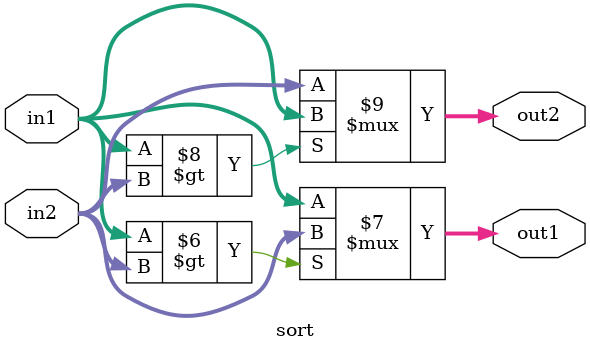
<source format=v>
module qsort 
#(  parameter pADDR_WIDTH = 12,
    parameter pDATA_WIDTH = 32
)
(

    //write ap_start
    output  wire                     awready, // coefficients address ready to accept from tb
    output  wire                      wready,  // coefficients ready to accept from tb
    input   wire                     awvalid, // coefficients address valid
    input   wire [(pADDR_WIDTH-1):0] awaddr,  // coefficients address
    input   wire                     wvalid, // coefficients valid
    input   wire [(pDATA_WIDTH-1):0] wdata,  //coefficients comes from here

    //check ap_done/ap_idle
    output  reg                     arready, // data address ready to accept from tb
    input   wire                     rready, // tb is ready to accept data
    input   wire                     arvalid, // read address from tb is valid
    input   wire [(pADDR_WIDTH-1):0] araddr, // read address from tb
    output  reg                      rvalid, // data to tb valid
    output  reg  [(pDATA_WIDTH-1):0] rdata,  // data to tb

    input   wire                     ss_tvalid, //data stream in valid
    input   wire [(pDATA_WIDTH-1):0] ss_tdata, //data stream in
    input   wire                     ss_tlast, //data stream in last
    output                        ss_tready, //ready to accept data stream in

    input   wire                     sm_tready, //tb ready to accept data stream out
    output  reg                      sm_tvalid, //data stream out valid
    output  reg  [(pDATA_WIDTH-1):0] sm_tdata, //data stream out
    output  reg                      sm_tlast, //data stream out last


    input   wire                     axis_clk,
    input   wire                     axis_rst_n
);

// regs and wires declaration
reg ap_done_w, ap_done_r;
reg ap_idle_w, ap_idle_r;
reg ap_start_w, ap_start_r;
reg [31:0] data_w [0:9], data_r[0:9];
reg [31:0] sort1_in1, sort1_in2 ,sort2_in1, sort2_in2 ,sort3_in1, sort3_in2 ,sort4_in1, sort4_in2;
wire [31:0] sort1_out1, sort1_out2, sort2_out1, sort2_out2 ,sort3_out1, sort3_out2 , sort4_out1, sort4_out2;    
reg [3:0] sort_state_w, sort_state_r;
reg [5:0] stream_cnt_w, stream_cnt_r;
reg [3:0] state_w, state_r;

wire [pDATA_WIDTH-1:0] ap_data;

integer i, j, k;
// assignments
assign ap_data = {29'b0 ,ap_idle_r, ap_done_r, ap_start_r};
assign ss_tready = 1;
assign awready = 1;
assign wready = 1;

// states
localparam S_IDLE = 0;
localparam S_LOAD = 1;
localparam S_SORT = 2;
localparam S_DONE = 3;


sort sort1(
    .in1(sort1_in1),
    .in2(sort1_in2),
    .out1(sort1_out1),
    .out2(sort1_out2));
	
sort sort2(
    .in1(sort2_in1),	
    .in2(sort2_in2),
    .out1(sort2_out1),
    .out2(sort2_out2));
	
sort sort3(
    .in1(sort3_in1),
    .in2(sort3_in2),
    .out1(sort3_out1),
    .out2(sort3_out2));
	
sort sort4(
    .in1(sort4_in1),
    .in2(sort4_in2),
    .out1(sort4_out1),
    .out2(sort4_out2));

// combinational logic

// state machine
always @(*) begin
    state_w = state_r;

    case (state_r)
        S_IDLE: begin
            if (ap_start_r) begin
                state_w = S_LOAD;
            end
        end
        S_LOAD: begin
            if (stream_cnt_r == 10)begin
                state_w = S_SORT;
            end
        end
        S_SORT: begin
            if (sort_state_r == 7) begin
                state_w = S_DONE;
            end
        end
        S_DONE: begin

        end
    endcase
end

//
always @(*) begin
    ap_idle_w = ap_idle_r;
    ap_done_w = ap_done_r;
    case (state_r)
        S_IDLE: begin
            if (ap_start_r) begin
                ap_idle_w = 0;
            end
        end
        S_SORT: begin
            if (sort_state_r == 7) begin
                ap_done_w = 1;
                ap_idle_w = 1;
            end
        end
        S_DONE: begin
        end
    endcase
end


// control signal in
always @(*) begin
    ap_start_w = ap_start_r;
    if (wvalid)begin
        ap_start_w = wdata[0];
    end
end

// control signal out
always @(*) begin
    rvalid = 1;
    arready = 1;
    rdata = ap_data;
end

// data stream in and out, sorting network
always @(*) begin
    stream_cnt_w = stream_cnt_r;
    sort_state_w = sort_state_r;
    sm_tvalid = 0;
    sm_tdata = data_r[0];
    for (i=0; i<10; i=i+1) begin
        data_w[i] = data_r[i];
    end

    if (ss_tvalid && stream_cnt_r < 11) begin
        stream_cnt_w = stream_cnt_r + 1;
        for (i=0; i<10; i=i+1) begin
            data_w[i] = data_r[i+1];
        end
        data_w[9] = ss_tdata;
    end

    if (state_r == S_DONE)begin
        sm_tvalid = 1;
        if (sm_tready) begin
            for (i=0; i<10; i=i+1) begin
                data_w[i] = data_r[i+1];
            end
        end
    end

    if (state_r == S_SORT) begin 
        sort_state_w = sort_state_r + 1;
        case (sort_state_r)
            0: begin
                //[(0,5),(1,6),(3,8),(4,9)]
                sort1_in1 = data_r[0];
                sort1_in2 = data_r[5];
                data_w[0] = sort1_out1;
                data_w[5] = sort1_out2;

                sort2_in1 = data_r[1];
                sort2_in2 = data_r[6];
                data_w[1] = sort2_out1;
                data_w[6] = sort2_out2;

                sort3_in1 = data_r[3];
                sort3_in2 = data_r[8];
                data_w[3] = sort3_out1;
                data_w[8] = sort3_out2;

                sort4_in1 = data_r[4];
                sort4_in2 = data_r[9];
                data_w[4] = sort4_out1;
                data_w[9] = sort4_out2;
            end
            1:begin
                //[(2,7),(0,3),(5,8),(6,9)]
                sort1_in1 = data_r[2];
                sort1_in2 = data_r[7];
                data_w[2] = sort1_out1;
                data_w[7] = sort1_out2;

                sort2_in1 = data_r[0];
                sort2_in2 = data_r[3];
                data_w[0] = sort2_out1;
                data_w[3] = sort2_out2;

                sort3_in1 = data_r[5];
                sort3_in2 = data_r[8];
                data_w[5] = sort3_out1;
                data_w[8] = sort3_out2;

                sort4_in1 = data_r[6];
                sort4_in2 = data_r[9];
                data_w[6] = sort4_out1;
                data_w[9] = sort4_out2;

            end 
            2:begin
                //[(1,4),(0,2),(3,6),(7,9)]
                sort1_in1 = data_r[1];
                sort1_in2 = data_r[4];
                data_w[1] = sort1_out1;
                data_w[4] = sort1_out2;

                sort2_in1 = data_r[0];
                sort2_in2 = data_r[2];
                data_w[0] = sort2_out1;
                data_w[2] = sort2_out2;

                sort3_in1 = data_r[3];
                sort3_in2 = data_r[6];
                data_w[3] = sort3_out1;
                data_w[6] = sort3_out2;

                sort4_in1 = data_r[7];
                sort4_in2 = data_r[9];
                data_w[7] = sort4_out1;
                data_w[9] = sort4_out2;

            end
            3:begin
                //[(0,1),(2,4),(5,7),(8,9)]
                sort1_in1 = data_r[0];
                sort1_in2 = data_r[1];
                data_w[0] = sort1_out1;
                data_w[1] = sort1_out2;

                sort2_in1 = data_r[2];
                sort2_in2 = data_r[4];
                data_w[2] = sort2_out1;
                data_w[4] = sort2_out2;

                sort3_in1 = data_r[5];
                sort3_in2 = data_r[7];
                data_w[5] = sort3_out1;
                data_w[7] = sort3_out2;

                sort4_in1 = data_r[8];
                sort4_in2 = data_r[9];
                data_w[8] = sort4_out1;
                data_w[9] = sort4_out2;

            end
            4:begin
                //[(1,2),(3,5),(4,6),(7,8)]
                sort1_in1 = data_r[1];
                sort1_in2 = data_r[2];
                data_w[1] = sort1_out1;
                data_w[2] = sort1_out2;

                sort2_in1 = data_r[3];
                sort2_in2 = data_r[5];
                data_w[3] = sort2_out1;
                data_w[5] = sort2_out2;

                sort3_in1 = data_r[4];
                sort3_in2 = data_r[6];
                data_w[4] = sort3_out1;
                data_w[6] = sort3_out2;

                sort4_in1 = data_r[7];
                sort4_in2 = data_r[8];
                data_w[7] = sort4_out1;
                data_w[8] = sort4_out2;
            end
            5:begin
                //[(1,3),(4,7),(2,5),(6,8)]
                sort1_in1 = data_r[1];
                sort1_in2 = data_r[3];
                data_w[1] = sort1_out1;
                data_w[3] = sort1_out2;

                sort2_in1 = data_r[4];
                sort2_in2 = data_r[7];
                data_w[4] = sort2_out1;
                data_w[7] = sort2_out2;

                sort3_in1 = data_r[2];
                sort3_in2 = data_r[5];
                data_w[2] = sort3_out1;
                data_w[5] = sort3_out2;

                sort4_in1 = data_r[6];
                sort4_in2 = data_r[8];
                data_w[6] = sort4_out1;
                data_w[8] = sort4_out2;
            end
            6:begin
                //[(2,3),(4,5),(6,7)]
                sort1_in1 = data_r[2];
                sort1_in2 = data_r[3];
                data_w[2] = sort1_out1;
                data_w[3] = sort1_out2;

                sort2_in1 = data_r[4];
                sort2_in2 = data_r[5];
                data_w[4] = sort2_out1;
                data_w[5] = sort2_out2;

                sort3_in1 = data_r[6];
                sort3_in2 = data_r[7];
                data_w[6] = sort3_out1;
                data_w[7] = sort3_out2;
            end
			7:begin
                //[(3,4),(5,6)]
                sort1_in1 = data_r[3];
                sort1_in2 = data_r[4];
                data_w[3] = sort1_out1;
                data_w[4] = sort1_out2;

                sort2_in1 = data_r[5];
                sort2_in2 = data_r[6];
                data_w[5] = sort2_out1; 
                data_w[6] = sort2_out2;

            end

        endcase
    end

end

// sequential logic
always @(posedge axis_clk or negedge axis_rst_n) begin
    if (~axis_rst_n) begin
        ap_done_r <= 0;
        ap_idle_r <= 1;
        ap_start_r <= 0;
        state_r <= S_IDLE;
        stream_cnt_r <= 0;
        for (i = 0; i < 11; i = i + 1) begin
            data_r[i] <= 0;
        end
        sort_state_r <= 0;
    end else begin
        ap_done_r <= ap_done_w;
        ap_idle_r <= ap_idle_w;
        ap_start_r <= ap_start_w;
        state_r <= state_w;
        stream_cnt_r <= stream_cnt_w;
        for (i = 0; i < 11; i = i + 1) begin
            data_r[i] <= data_w[i];
        end
        sort_state_r <= sort_state_w;
    end
end

endmodule


module sort(
    input wire [31:0] in1,
    input wire [31:0] in2,
    output wire [31:0] out1,
    output wire [31:0] out2
);

assign out1 = (in1 > in2) ? in2 : in1;
assign out2 = (in1 > in2) ? in1 : in2;

endmodule

</source>
